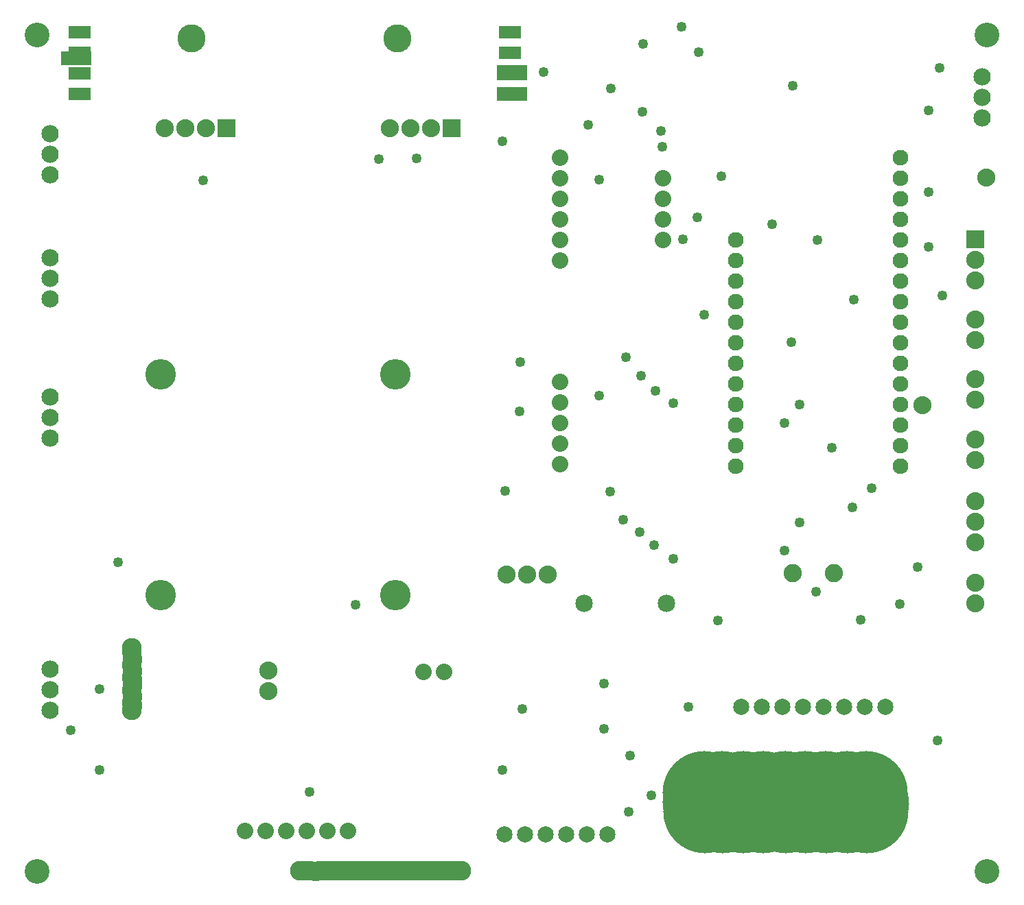
<source format=gts>
G04 MADE WITH FRITZING*
G04 WWW.FRITZING.ORG*
G04 DOUBLE SIDED*
G04 HOLES PLATED*
G04 CONTOUR ON CENTER OF CONTOUR VECTOR*
%ASAXBY*%
%FSLAX23Y23*%
%MOIN*%
%OFA0B0*%
%SFA1.0B1.0*%
%ADD10C,0.088000*%
%ADD11C,0.049370*%
%ADD12C,0.096614*%
%ADD13C,0.076000*%
%ADD14C,0.078583*%
%ADD15C,0.080000*%
%ADD16C,0.088551*%
%ADD17C,0.136614*%
%ADD18C,0.088028*%
%ADD19C,0.084000*%
%ADD20C,0.085000*%
%ADD21C,0.148425*%
%ADD22C,0.403700*%
%ADD23C,0.120236*%
%ADD24R,0.110000X0.060000*%
%ADD25R,0.087986X0.087944*%
%ADD26R,0.147778X0.067222*%
%ADD27R,0.147037X0.072963*%
%ADD28R,0.088000X0.088000*%
%LNMASK1*%
G90*
G70*
G54D10*
X4387Y2351D03*
G54D11*
X4416Y3783D03*
X4416Y3388D03*
X4419Y3120D03*
X391Y970D03*
X391Y578D03*
G54D12*
X2147Y87D03*
G54D13*
X4281Y2054D03*
X4281Y2154D03*
X4281Y2254D03*
X4281Y2354D03*
X4281Y2454D03*
X4281Y2554D03*
X4281Y2654D03*
X4281Y2754D03*
X4281Y2854D03*
X4281Y2954D03*
X4281Y3054D03*
X4281Y3154D03*
X4281Y3254D03*
X4281Y3354D03*
X4281Y3454D03*
X4281Y3554D03*
X3481Y3154D03*
X3481Y3054D03*
X3481Y2954D03*
X3481Y2854D03*
X3481Y2754D03*
X3481Y2654D03*
X3481Y2554D03*
X3481Y2454D03*
X3481Y2354D03*
X3481Y2254D03*
X3481Y2154D03*
X3481Y2054D03*
X4281Y2054D03*
X4281Y2154D03*
X4281Y2254D03*
X4281Y2354D03*
X4281Y2454D03*
X4281Y2554D03*
X4281Y2654D03*
X4281Y2754D03*
X4281Y2854D03*
X4281Y2954D03*
X4281Y3054D03*
X4281Y3154D03*
X4281Y3254D03*
X4281Y3354D03*
X4281Y3454D03*
X4281Y3554D03*
X3481Y3154D03*
X3481Y3054D03*
X3481Y2954D03*
X3481Y2854D03*
X3481Y2754D03*
X3481Y2654D03*
X3481Y2554D03*
X3481Y2454D03*
X3481Y2354D03*
X3481Y2254D03*
X3481Y2154D03*
X3481Y2054D03*
G54D14*
X2858Y263D03*
X2758Y263D03*
X2658Y263D03*
X2558Y263D03*
X2458Y263D03*
X2358Y263D03*
G54D15*
X2063Y1054D03*
X1963Y1054D03*
G54D16*
X3956Y1536D03*
X3756Y1536D03*
G54D14*
X4206Y886D03*
X4106Y886D03*
X4006Y886D03*
X3906Y886D03*
X3806Y886D03*
X3706Y886D03*
X3606Y886D03*
X3506Y886D03*
G54D15*
X1096Y281D03*
X1196Y281D03*
X1296Y281D03*
X1396Y281D03*
X1496Y281D03*
X1596Y281D03*
G54D17*
X1839Y4135D03*
X839Y4135D03*
G54D18*
X1801Y3698D03*
G54D10*
X1901Y3698D03*
X2001Y3698D03*
X2101Y3698D03*
G54D18*
X1801Y3698D03*
G54D10*
X1901Y3698D03*
X2001Y3698D03*
X2101Y3698D03*
G54D18*
X706Y3697D03*
G54D10*
X806Y3697D03*
X906Y3697D03*
X1006Y3697D03*
G54D18*
X706Y3697D03*
G54D10*
X806Y3697D03*
X906Y3697D03*
X1006Y3697D03*
G54D15*
X2629Y3355D03*
X3129Y3155D03*
X2629Y3155D03*
X2629Y3555D03*
X2629Y3055D03*
X2629Y3255D03*
X2629Y3455D03*
X3129Y3455D03*
X3129Y3355D03*
X3129Y3255D03*
X2628Y2065D03*
X2628Y2165D03*
X2628Y2265D03*
X2628Y2365D03*
X2628Y2465D03*
G54D10*
X2369Y1527D03*
X2469Y1527D03*
X2569Y1527D03*
G54D11*
X3294Y3266D03*
X895Y3443D03*
X3301Y4067D03*
X3217Y4191D03*
X3224Y3157D03*
X4484Y2883D03*
X2431Y2321D03*
X3411Y3463D03*
X3031Y4109D03*
X2546Y3971D03*
X4472Y3990D03*
X3659Y3232D03*
X4141Y1947D03*
X4048Y1854D03*
X4055Y2863D03*
X3877Y3153D03*
G54D12*
X1546Y87D03*
G54D11*
X3870Y1445D03*
G54D12*
X1571Y87D03*
G54D11*
X3719Y2263D03*
G54D12*
X1515Y87D03*
G54D11*
X3719Y1643D03*
X3791Y2355D03*
X3791Y1782D03*
X3751Y2659D03*
X2874Y3892D03*
X3758Y3905D03*
G54D12*
X1461Y87D03*
X1411Y87D03*
X1363Y87D03*
G54D10*
X4696Y3458D03*
G54D12*
X1961Y87D03*
G54D11*
X4279Y1386D03*
X2872Y1932D03*
G54D12*
X1754Y87D03*
X2093Y87D03*
G54D11*
X2360Y1933D03*
G54D12*
X2043Y87D03*
G54D11*
X250Y772D03*
G54D12*
X1986Y87D03*
G54D19*
X152Y1069D03*
X152Y969D03*
X152Y869D03*
X152Y1069D03*
X152Y969D03*
X152Y869D03*
G54D12*
X1938Y87D03*
G54D19*
X151Y2390D03*
X151Y2290D03*
X151Y2190D03*
X151Y2390D03*
X151Y2290D03*
X151Y2190D03*
G54D12*
X1882Y87D03*
G54D19*
X151Y3069D03*
X151Y2969D03*
X151Y2869D03*
X151Y3069D03*
X151Y2969D03*
X151Y2869D03*
X4677Y3749D03*
X4677Y3849D03*
X4677Y3949D03*
X4677Y3749D03*
X4677Y3849D03*
X4677Y3949D03*
X152Y3671D03*
X152Y3571D03*
X152Y3471D03*
X152Y3671D03*
X152Y3571D03*
X152Y3471D03*
G54D11*
X3394Y1303D03*
G54D12*
X1828Y87D03*
X1776Y87D03*
X1726Y87D03*
G54D11*
X2444Y875D03*
G54D12*
X1674Y87D03*
G54D11*
X4365Y1564D03*
G54D12*
X1621Y87D03*
G54D11*
X4087Y1307D03*
X3949Y2144D03*
X3028Y3779D03*
X3116Y3686D03*
G54D12*
X2118Y87D03*
X2013Y87D03*
G54D11*
X1747Y3549D03*
G54D12*
X1907Y87D03*
X1801Y87D03*
X1699Y87D03*
X1596Y87D03*
X1490Y87D03*
X1388Y87D03*
X2067Y87D03*
X1856Y87D03*
X1649Y87D03*
X1442Y85D03*
G54D11*
X2763Y3715D03*
X3125Y3608D03*
X2347Y3635D03*
X1931Y3550D03*
X3329Y2791D03*
G54D10*
X1210Y1061D03*
X1210Y961D03*
G54D11*
X3250Y885D03*
X2967Y648D03*
X2818Y2397D03*
X2817Y3449D03*
X1634Y1380D03*
X481Y1588D03*
X2433Y2560D03*
X2934Y1795D03*
X2947Y2586D03*
X3013Y1736D03*
X3020Y2494D03*
X3085Y1670D03*
X3092Y2421D03*
X3178Y1604D03*
X3178Y2362D03*
G54D20*
X2743Y1388D03*
X3143Y1388D03*
G54D11*
X2348Y578D03*
X4460Y720D03*
X2840Y778D03*
X2840Y999D03*
X3072Y456D03*
X1411Y470D03*
X2962Y373D03*
G54D21*
X1827Y2502D03*
X1827Y1427D03*
X689Y2502D03*
X689Y1427D03*
G54D12*
X549Y867D03*
X549Y1172D03*
X549Y1156D03*
X549Y964D03*
X550Y934D03*
X550Y989D03*
X549Y903D03*
X550Y890D03*
X549Y1028D03*
X549Y1089D03*
X550Y1015D03*
X550Y1059D03*
X550Y1114D03*
G54D22*
X4117Y375D03*
X4115Y469D03*
X3821Y375D03*
X3819Y469D03*
X4024Y375D03*
X4022Y469D03*
X3519Y375D03*
X3517Y469D03*
X3921Y375D03*
X3919Y469D03*
X3723Y375D03*
X3721Y469D03*
X3615Y375D03*
X3613Y469D03*
X4121Y414D03*
X3327Y422D03*
X3330Y375D03*
X3328Y469D03*
X3416Y375D03*
X3414Y469D03*
G54D23*
X4702Y86D03*
X4702Y4150D03*
X86Y4150D03*
X86Y86D03*
G54D10*
X4645Y2477D03*
X4645Y2377D03*
X4644Y1487D03*
X4644Y1387D03*
X4644Y1886D03*
X4644Y1786D03*
X4644Y1686D03*
X4644Y2185D03*
X4644Y2085D03*
X4644Y2769D03*
X4644Y2669D03*
X4645Y3157D03*
X4645Y3057D03*
X4645Y2957D03*
G54D23*
X4702Y86D03*
G54D24*
X2384Y4165D03*
X2384Y4065D03*
X2384Y3965D03*
X2384Y3865D03*
X294Y3865D03*
X294Y3965D03*
X294Y4065D03*
X294Y4165D03*
G54D25*
X2101Y3698D03*
X2101Y3698D03*
X1006Y3697D03*
X1006Y3697D03*
G54D26*
X277Y4039D03*
X2395Y3866D03*
G54D27*
X2394Y3967D03*
G54D28*
X4645Y3157D03*
G04 End of Mask1*
M02*
</source>
